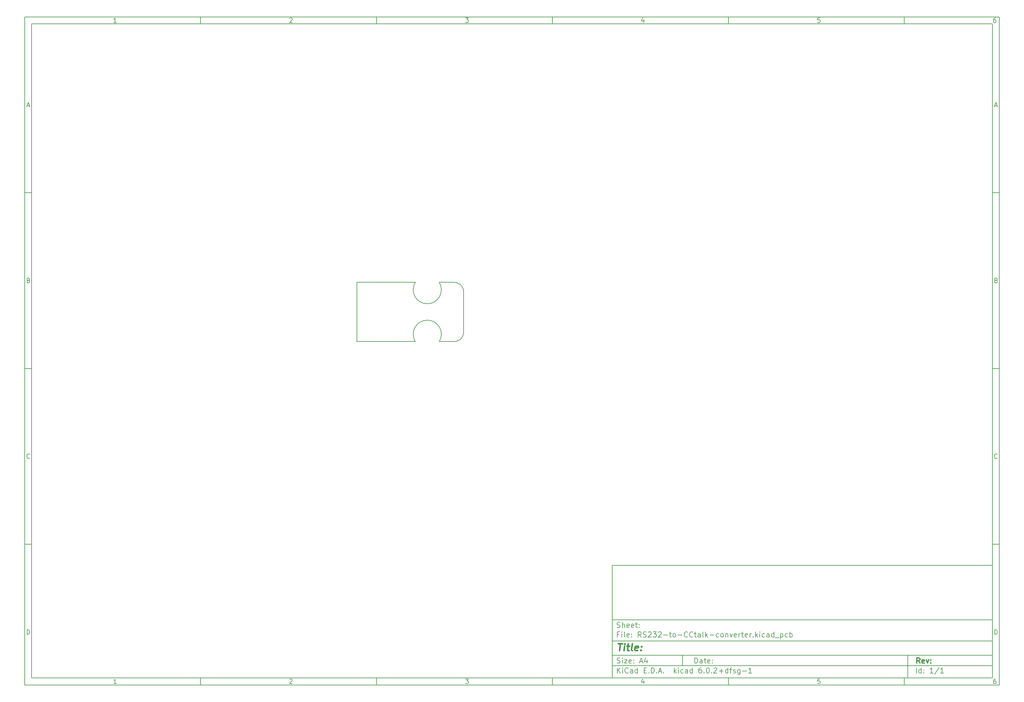
<source format=gbr>
%TF.GenerationSoftware,KiCad,Pcbnew,6.0.2+dfsg-1*%
%TF.CreationDate,2025-02-24T10:06:27+01:00*%
%TF.ProjectId,RS232-to-CCtalk-converter,52533233-322d-4746-9f2d-434374616c6b,rev?*%
%TF.SameCoordinates,Original*%
%TF.FileFunction,Profile,NP*%
%FSLAX46Y46*%
G04 Gerber Fmt 4.6, Leading zero omitted, Abs format (unit mm)*
G04 Created by KiCad (PCBNEW 6.0.2+dfsg-1) date 2025-02-24 10:06:27*
%MOMM*%
%LPD*%
G01*
G04 APERTURE LIST*
%ADD10C,0.100000*%
%ADD11C,0.150000*%
%ADD12C,0.300000*%
%ADD13C,0.400000*%
%TA.AperFunction,Profile*%
%ADD14C,0.200000*%
%TD*%
G04 APERTURE END LIST*
D10*
D11*
X177002200Y-166007200D02*
X177002200Y-198007200D01*
X285002200Y-198007200D01*
X285002200Y-166007200D01*
X177002200Y-166007200D01*
D10*
D11*
X10000000Y-10000000D02*
X10000000Y-200007200D01*
X287002200Y-200007200D01*
X287002200Y-10000000D01*
X10000000Y-10000000D01*
D10*
D11*
X12000000Y-12000000D02*
X12000000Y-198007200D01*
X285002200Y-198007200D01*
X285002200Y-12000000D01*
X12000000Y-12000000D01*
D10*
D11*
X60000000Y-12000000D02*
X60000000Y-10000000D01*
D10*
D11*
X110000000Y-12000000D02*
X110000000Y-10000000D01*
D10*
D11*
X160000000Y-12000000D02*
X160000000Y-10000000D01*
D10*
D11*
X210000000Y-12000000D02*
X210000000Y-10000000D01*
D10*
D11*
X260000000Y-12000000D02*
X260000000Y-10000000D01*
D10*
D11*
X36065476Y-11588095D02*
X35322619Y-11588095D01*
X35694047Y-11588095D02*
X35694047Y-10288095D01*
X35570238Y-10473809D01*
X35446428Y-10597619D01*
X35322619Y-10659523D01*
D10*
D11*
X85322619Y-10411904D02*
X85384523Y-10350000D01*
X85508333Y-10288095D01*
X85817857Y-10288095D01*
X85941666Y-10350000D01*
X86003571Y-10411904D01*
X86065476Y-10535714D01*
X86065476Y-10659523D01*
X86003571Y-10845238D01*
X85260714Y-11588095D01*
X86065476Y-11588095D01*
D10*
D11*
X135260714Y-10288095D02*
X136065476Y-10288095D01*
X135632142Y-10783333D01*
X135817857Y-10783333D01*
X135941666Y-10845238D01*
X136003571Y-10907142D01*
X136065476Y-11030952D01*
X136065476Y-11340476D01*
X136003571Y-11464285D01*
X135941666Y-11526190D01*
X135817857Y-11588095D01*
X135446428Y-11588095D01*
X135322619Y-11526190D01*
X135260714Y-11464285D01*
D10*
D11*
X185941666Y-10721428D02*
X185941666Y-11588095D01*
X185632142Y-10226190D02*
X185322619Y-11154761D01*
X186127380Y-11154761D01*
D10*
D11*
X236003571Y-10288095D02*
X235384523Y-10288095D01*
X235322619Y-10907142D01*
X235384523Y-10845238D01*
X235508333Y-10783333D01*
X235817857Y-10783333D01*
X235941666Y-10845238D01*
X236003571Y-10907142D01*
X236065476Y-11030952D01*
X236065476Y-11340476D01*
X236003571Y-11464285D01*
X235941666Y-11526190D01*
X235817857Y-11588095D01*
X235508333Y-11588095D01*
X235384523Y-11526190D01*
X235322619Y-11464285D01*
D10*
D11*
X285941666Y-10288095D02*
X285694047Y-10288095D01*
X285570238Y-10350000D01*
X285508333Y-10411904D01*
X285384523Y-10597619D01*
X285322619Y-10845238D01*
X285322619Y-11340476D01*
X285384523Y-11464285D01*
X285446428Y-11526190D01*
X285570238Y-11588095D01*
X285817857Y-11588095D01*
X285941666Y-11526190D01*
X286003571Y-11464285D01*
X286065476Y-11340476D01*
X286065476Y-11030952D01*
X286003571Y-10907142D01*
X285941666Y-10845238D01*
X285817857Y-10783333D01*
X285570238Y-10783333D01*
X285446428Y-10845238D01*
X285384523Y-10907142D01*
X285322619Y-11030952D01*
D10*
D11*
X60000000Y-198007200D02*
X60000000Y-200007200D01*
D10*
D11*
X110000000Y-198007200D02*
X110000000Y-200007200D01*
D10*
D11*
X160000000Y-198007200D02*
X160000000Y-200007200D01*
D10*
D11*
X210000000Y-198007200D02*
X210000000Y-200007200D01*
D10*
D11*
X260000000Y-198007200D02*
X260000000Y-200007200D01*
D10*
D11*
X36065476Y-199595295D02*
X35322619Y-199595295D01*
X35694047Y-199595295D02*
X35694047Y-198295295D01*
X35570238Y-198481009D01*
X35446428Y-198604819D01*
X35322619Y-198666723D01*
D10*
D11*
X85322619Y-198419104D02*
X85384523Y-198357200D01*
X85508333Y-198295295D01*
X85817857Y-198295295D01*
X85941666Y-198357200D01*
X86003571Y-198419104D01*
X86065476Y-198542914D01*
X86065476Y-198666723D01*
X86003571Y-198852438D01*
X85260714Y-199595295D01*
X86065476Y-199595295D01*
D10*
D11*
X135260714Y-198295295D02*
X136065476Y-198295295D01*
X135632142Y-198790533D01*
X135817857Y-198790533D01*
X135941666Y-198852438D01*
X136003571Y-198914342D01*
X136065476Y-199038152D01*
X136065476Y-199347676D01*
X136003571Y-199471485D01*
X135941666Y-199533390D01*
X135817857Y-199595295D01*
X135446428Y-199595295D01*
X135322619Y-199533390D01*
X135260714Y-199471485D01*
D10*
D11*
X185941666Y-198728628D02*
X185941666Y-199595295D01*
X185632142Y-198233390D02*
X185322619Y-199161961D01*
X186127380Y-199161961D01*
D10*
D11*
X236003571Y-198295295D02*
X235384523Y-198295295D01*
X235322619Y-198914342D01*
X235384523Y-198852438D01*
X235508333Y-198790533D01*
X235817857Y-198790533D01*
X235941666Y-198852438D01*
X236003571Y-198914342D01*
X236065476Y-199038152D01*
X236065476Y-199347676D01*
X236003571Y-199471485D01*
X235941666Y-199533390D01*
X235817857Y-199595295D01*
X235508333Y-199595295D01*
X235384523Y-199533390D01*
X235322619Y-199471485D01*
D10*
D11*
X285941666Y-198295295D02*
X285694047Y-198295295D01*
X285570238Y-198357200D01*
X285508333Y-198419104D01*
X285384523Y-198604819D01*
X285322619Y-198852438D01*
X285322619Y-199347676D01*
X285384523Y-199471485D01*
X285446428Y-199533390D01*
X285570238Y-199595295D01*
X285817857Y-199595295D01*
X285941666Y-199533390D01*
X286003571Y-199471485D01*
X286065476Y-199347676D01*
X286065476Y-199038152D01*
X286003571Y-198914342D01*
X285941666Y-198852438D01*
X285817857Y-198790533D01*
X285570238Y-198790533D01*
X285446428Y-198852438D01*
X285384523Y-198914342D01*
X285322619Y-199038152D01*
D10*
D11*
X10000000Y-60000000D02*
X12000000Y-60000000D01*
D10*
D11*
X10000000Y-110000000D02*
X12000000Y-110000000D01*
D10*
D11*
X10000000Y-160000000D02*
X12000000Y-160000000D01*
D10*
D11*
X10690476Y-35216666D02*
X11309523Y-35216666D01*
X10566666Y-35588095D02*
X11000000Y-34288095D01*
X11433333Y-35588095D01*
D10*
D11*
X11092857Y-84907142D02*
X11278571Y-84969047D01*
X11340476Y-85030952D01*
X11402380Y-85154761D01*
X11402380Y-85340476D01*
X11340476Y-85464285D01*
X11278571Y-85526190D01*
X11154761Y-85588095D01*
X10659523Y-85588095D01*
X10659523Y-84288095D01*
X11092857Y-84288095D01*
X11216666Y-84350000D01*
X11278571Y-84411904D01*
X11340476Y-84535714D01*
X11340476Y-84659523D01*
X11278571Y-84783333D01*
X11216666Y-84845238D01*
X11092857Y-84907142D01*
X10659523Y-84907142D01*
D10*
D11*
X11402380Y-135464285D02*
X11340476Y-135526190D01*
X11154761Y-135588095D01*
X11030952Y-135588095D01*
X10845238Y-135526190D01*
X10721428Y-135402380D01*
X10659523Y-135278571D01*
X10597619Y-135030952D01*
X10597619Y-134845238D01*
X10659523Y-134597619D01*
X10721428Y-134473809D01*
X10845238Y-134350000D01*
X11030952Y-134288095D01*
X11154761Y-134288095D01*
X11340476Y-134350000D01*
X11402380Y-134411904D01*
D10*
D11*
X10659523Y-185588095D02*
X10659523Y-184288095D01*
X10969047Y-184288095D01*
X11154761Y-184350000D01*
X11278571Y-184473809D01*
X11340476Y-184597619D01*
X11402380Y-184845238D01*
X11402380Y-185030952D01*
X11340476Y-185278571D01*
X11278571Y-185402380D01*
X11154761Y-185526190D01*
X10969047Y-185588095D01*
X10659523Y-185588095D01*
D10*
D11*
X287002200Y-60000000D02*
X285002200Y-60000000D01*
D10*
D11*
X287002200Y-110000000D02*
X285002200Y-110000000D01*
D10*
D11*
X287002200Y-160000000D02*
X285002200Y-160000000D01*
D10*
D11*
X285692676Y-35216666D02*
X286311723Y-35216666D01*
X285568866Y-35588095D02*
X286002200Y-34288095D01*
X286435533Y-35588095D01*
D10*
D11*
X286095057Y-84907142D02*
X286280771Y-84969047D01*
X286342676Y-85030952D01*
X286404580Y-85154761D01*
X286404580Y-85340476D01*
X286342676Y-85464285D01*
X286280771Y-85526190D01*
X286156961Y-85588095D01*
X285661723Y-85588095D01*
X285661723Y-84288095D01*
X286095057Y-84288095D01*
X286218866Y-84350000D01*
X286280771Y-84411904D01*
X286342676Y-84535714D01*
X286342676Y-84659523D01*
X286280771Y-84783333D01*
X286218866Y-84845238D01*
X286095057Y-84907142D01*
X285661723Y-84907142D01*
D10*
D11*
X286404580Y-135464285D02*
X286342676Y-135526190D01*
X286156961Y-135588095D01*
X286033152Y-135588095D01*
X285847438Y-135526190D01*
X285723628Y-135402380D01*
X285661723Y-135278571D01*
X285599819Y-135030952D01*
X285599819Y-134845238D01*
X285661723Y-134597619D01*
X285723628Y-134473809D01*
X285847438Y-134350000D01*
X286033152Y-134288095D01*
X286156961Y-134288095D01*
X286342676Y-134350000D01*
X286404580Y-134411904D01*
D10*
D11*
X285661723Y-185588095D02*
X285661723Y-184288095D01*
X285971247Y-184288095D01*
X286156961Y-184350000D01*
X286280771Y-184473809D01*
X286342676Y-184597619D01*
X286404580Y-184845238D01*
X286404580Y-185030952D01*
X286342676Y-185278571D01*
X286280771Y-185402380D01*
X286156961Y-185526190D01*
X285971247Y-185588095D01*
X285661723Y-185588095D01*
D10*
D11*
X200434342Y-193785771D02*
X200434342Y-192285771D01*
X200791485Y-192285771D01*
X201005771Y-192357200D01*
X201148628Y-192500057D01*
X201220057Y-192642914D01*
X201291485Y-192928628D01*
X201291485Y-193142914D01*
X201220057Y-193428628D01*
X201148628Y-193571485D01*
X201005771Y-193714342D01*
X200791485Y-193785771D01*
X200434342Y-193785771D01*
X202577200Y-193785771D02*
X202577200Y-193000057D01*
X202505771Y-192857200D01*
X202362914Y-192785771D01*
X202077200Y-192785771D01*
X201934342Y-192857200D01*
X202577200Y-193714342D02*
X202434342Y-193785771D01*
X202077200Y-193785771D01*
X201934342Y-193714342D01*
X201862914Y-193571485D01*
X201862914Y-193428628D01*
X201934342Y-193285771D01*
X202077200Y-193214342D01*
X202434342Y-193214342D01*
X202577200Y-193142914D01*
X203077200Y-192785771D02*
X203648628Y-192785771D01*
X203291485Y-192285771D02*
X203291485Y-193571485D01*
X203362914Y-193714342D01*
X203505771Y-193785771D01*
X203648628Y-193785771D01*
X204720057Y-193714342D02*
X204577200Y-193785771D01*
X204291485Y-193785771D01*
X204148628Y-193714342D01*
X204077200Y-193571485D01*
X204077200Y-193000057D01*
X204148628Y-192857200D01*
X204291485Y-192785771D01*
X204577200Y-192785771D01*
X204720057Y-192857200D01*
X204791485Y-193000057D01*
X204791485Y-193142914D01*
X204077200Y-193285771D01*
X205434342Y-193642914D02*
X205505771Y-193714342D01*
X205434342Y-193785771D01*
X205362914Y-193714342D01*
X205434342Y-193642914D01*
X205434342Y-193785771D01*
X205434342Y-192857200D02*
X205505771Y-192928628D01*
X205434342Y-193000057D01*
X205362914Y-192928628D01*
X205434342Y-192857200D01*
X205434342Y-193000057D01*
D10*
D11*
X177002200Y-194507200D02*
X285002200Y-194507200D01*
D10*
D11*
X178434342Y-196585771D02*
X178434342Y-195085771D01*
X179291485Y-196585771D02*
X178648628Y-195728628D01*
X179291485Y-195085771D02*
X178434342Y-195942914D01*
X179934342Y-196585771D02*
X179934342Y-195585771D01*
X179934342Y-195085771D02*
X179862914Y-195157200D01*
X179934342Y-195228628D01*
X180005771Y-195157200D01*
X179934342Y-195085771D01*
X179934342Y-195228628D01*
X181505771Y-196442914D02*
X181434342Y-196514342D01*
X181220057Y-196585771D01*
X181077200Y-196585771D01*
X180862914Y-196514342D01*
X180720057Y-196371485D01*
X180648628Y-196228628D01*
X180577200Y-195942914D01*
X180577200Y-195728628D01*
X180648628Y-195442914D01*
X180720057Y-195300057D01*
X180862914Y-195157200D01*
X181077200Y-195085771D01*
X181220057Y-195085771D01*
X181434342Y-195157200D01*
X181505771Y-195228628D01*
X182791485Y-196585771D02*
X182791485Y-195800057D01*
X182720057Y-195657200D01*
X182577200Y-195585771D01*
X182291485Y-195585771D01*
X182148628Y-195657200D01*
X182791485Y-196514342D02*
X182648628Y-196585771D01*
X182291485Y-196585771D01*
X182148628Y-196514342D01*
X182077200Y-196371485D01*
X182077200Y-196228628D01*
X182148628Y-196085771D01*
X182291485Y-196014342D01*
X182648628Y-196014342D01*
X182791485Y-195942914D01*
X184148628Y-196585771D02*
X184148628Y-195085771D01*
X184148628Y-196514342D02*
X184005771Y-196585771D01*
X183720057Y-196585771D01*
X183577200Y-196514342D01*
X183505771Y-196442914D01*
X183434342Y-196300057D01*
X183434342Y-195871485D01*
X183505771Y-195728628D01*
X183577200Y-195657200D01*
X183720057Y-195585771D01*
X184005771Y-195585771D01*
X184148628Y-195657200D01*
X186005771Y-195800057D02*
X186505771Y-195800057D01*
X186720057Y-196585771D02*
X186005771Y-196585771D01*
X186005771Y-195085771D01*
X186720057Y-195085771D01*
X187362914Y-196442914D02*
X187434342Y-196514342D01*
X187362914Y-196585771D01*
X187291485Y-196514342D01*
X187362914Y-196442914D01*
X187362914Y-196585771D01*
X188077200Y-196585771D02*
X188077200Y-195085771D01*
X188434342Y-195085771D01*
X188648628Y-195157200D01*
X188791485Y-195300057D01*
X188862914Y-195442914D01*
X188934342Y-195728628D01*
X188934342Y-195942914D01*
X188862914Y-196228628D01*
X188791485Y-196371485D01*
X188648628Y-196514342D01*
X188434342Y-196585771D01*
X188077200Y-196585771D01*
X189577200Y-196442914D02*
X189648628Y-196514342D01*
X189577200Y-196585771D01*
X189505771Y-196514342D01*
X189577200Y-196442914D01*
X189577200Y-196585771D01*
X190220057Y-196157200D02*
X190934342Y-196157200D01*
X190077200Y-196585771D02*
X190577200Y-195085771D01*
X191077200Y-196585771D01*
X191577200Y-196442914D02*
X191648628Y-196514342D01*
X191577200Y-196585771D01*
X191505771Y-196514342D01*
X191577200Y-196442914D01*
X191577200Y-196585771D01*
X194577200Y-196585771D02*
X194577200Y-195085771D01*
X194720057Y-196014342D02*
X195148628Y-196585771D01*
X195148628Y-195585771D02*
X194577200Y-196157200D01*
X195791485Y-196585771D02*
X195791485Y-195585771D01*
X195791485Y-195085771D02*
X195720057Y-195157200D01*
X195791485Y-195228628D01*
X195862914Y-195157200D01*
X195791485Y-195085771D01*
X195791485Y-195228628D01*
X197148628Y-196514342D02*
X197005771Y-196585771D01*
X196720057Y-196585771D01*
X196577200Y-196514342D01*
X196505771Y-196442914D01*
X196434342Y-196300057D01*
X196434342Y-195871485D01*
X196505771Y-195728628D01*
X196577200Y-195657200D01*
X196720057Y-195585771D01*
X197005771Y-195585771D01*
X197148628Y-195657200D01*
X198434342Y-196585771D02*
X198434342Y-195800057D01*
X198362914Y-195657200D01*
X198220057Y-195585771D01*
X197934342Y-195585771D01*
X197791485Y-195657200D01*
X198434342Y-196514342D02*
X198291485Y-196585771D01*
X197934342Y-196585771D01*
X197791485Y-196514342D01*
X197720057Y-196371485D01*
X197720057Y-196228628D01*
X197791485Y-196085771D01*
X197934342Y-196014342D01*
X198291485Y-196014342D01*
X198434342Y-195942914D01*
X199791485Y-196585771D02*
X199791485Y-195085771D01*
X199791485Y-196514342D02*
X199648628Y-196585771D01*
X199362914Y-196585771D01*
X199220057Y-196514342D01*
X199148628Y-196442914D01*
X199077200Y-196300057D01*
X199077200Y-195871485D01*
X199148628Y-195728628D01*
X199220057Y-195657200D01*
X199362914Y-195585771D01*
X199648628Y-195585771D01*
X199791485Y-195657200D01*
X202291485Y-195085771D02*
X202005771Y-195085771D01*
X201862914Y-195157200D01*
X201791485Y-195228628D01*
X201648628Y-195442914D01*
X201577200Y-195728628D01*
X201577200Y-196300057D01*
X201648628Y-196442914D01*
X201720057Y-196514342D01*
X201862914Y-196585771D01*
X202148628Y-196585771D01*
X202291485Y-196514342D01*
X202362914Y-196442914D01*
X202434342Y-196300057D01*
X202434342Y-195942914D01*
X202362914Y-195800057D01*
X202291485Y-195728628D01*
X202148628Y-195657200D01*
X201862914Y-195657200D01*
X201720057Y-195728628D01*
X201648628Y-195800057D01*
X201577200Y-195942914D01*
X203077200Y-196442914D02*
X203148628Y-196514342D01*
X203077200Y-196585771D01*
X203005771Y-196514342D01*
X203077200Y-196442914D01*
X203077200Y-196585771D01*
X204077200Y-195085771D02*
X204220057Y-195085771D01*
X204362914Y-195157200D01*
X204434342Y-195228628D01*
X204505771Y-195371485D01*
X204577200Y-195657200D01*
X204577200Y-196014342D01*
X204505771Y-196300057D01*
X204434342Y-196442914D01*
X204362914Y-196514342D01*
X204220057Y-196585771D01*
X204077200Y-196585771D01*
X203934342Y-196514342D01*
X203862914Y-196442914D01*
X203791485Y-196300057D01*
X203720057Y-196014342D01*
X203720057Y-195657200D01*
X203791485Y-195371485D01*
X203862914Y-195228628D01*
X203934342Y-195157200D01*
X204077200Y-195085771D01*
X205220057Y-196442914D02*
X205291485Y-196514342D01*
X205220057Y-196585771D01*
X205148628Y-196514342D01*
X205220057Y-196442914D01*
X205220057Y-196585771D01*
X205862914Y-195228628D02*
X205934342Y-195157200D01*
X206077200Y-195085771D01*
X206434342Y-195085771D01*
X206577200Y-195157200D01*
X206648628Y-195228628D01*
X206720057Y-195371485D01*
X206720057Y-195514342D01*
X206648628Y-195728628D01*
X205791485Y-196585771D01*
X206720057Y-196585771D01*
X207362914Y-196014342D02*
X208505771Y-196014342D01*
X207934342Y-196585771D02*
X207934342Y-195442914D01*
X209862914Y-196585771D02*
X209862914Y-195085771D01*
X209862914Y-196514342D02*
X209720057Y-196585771D01*
X209434342Y-196585771D01*
X209291485Y-196514342D01*
X209220057Y-196442914D01*
X209148628Y-196300057D01*
X209148628Y-195871485D01*
X209220057Y-195728628D01*
X209291485Y-195657200D01*
X209434342Y-195585771D01*
X209720057Y-195585771D01*
X209862914Y-195657200D01*
X210362914Y-195585771D02*
X210934342Y-195585771D01*
X210577200Y-196585771D02*
X210577200Y-195300057D01*
X210648628Y-195157200D01*
X210791485Y-195085771D01*
X210934342Y-195085771D01*
X211362914Y-196514342D02*
X211505771Y-196585771D01*
X211791485Y-196585771D01*
X211934342Y-196514342D01*
X212005771Y-196371485D01*
X212005771Y-196300057D01*
X211934342Y-196157200D01*
X211791485Y-196085771D01*
X211577200Y-196085771D01*
X211434342Y-196014342D01*
X211362914Y-195871485D01*
X211362914Y-195800057D01*
X211434342Y-195657200D01*
X211577200Y-195585771D01*
X211791485Y-195585771D01*
X211934342Y-195657200D01*
X213291485Y-195585771D02*
X213291485Y-196800057D01*
X213220057Y-196942914D01*
X213148628Y-197014342D01*
X213005771Y-197085771D01*
X212791485Y-197085771D01*
X212648628Y-197014342D01*
X213291485Y-196514342D02*
X213148628Y-196585771D01*
X212862914Y-196585771D01*
X212720057Y-196514342D01*
X212648628Y-196442914D01*
X212577200Y-196300057D01*
X212577200Y-195871485D01*
X212648628Y-195728628D01*
X212720057Y-195657200D01*
X212862914Y-195585771D01*
X213148628Y-195585771D01*
X213291485Y-195657200D01*
X214005771Y-196014342D02*
X215148628Y-196014342D01*
X216648628Y-196585771D02*
X215791485Y-196585771D01*
X216220057Y-196585771D02*
X216220057Y-195085771D01*
X216077200Y-195300057D01*
X215934342Y-195442914D01*
X215791485Y-195514342D01*
D10*
D11*
X177002200Y-191507200D02*
X285002200Y-191507200D01*
D10*
D12*
X264411485Y-193785771D02*
X263911485Y-193071485D01*
X263554342Y-193785771D02*
X263554342Y-192285771D01*
X264125771Y-192285771D01*
X264268628Y-192357200D01*
X264340057Y-192428628D01*
X264411485Y-192571485D01*
X264411485Y-192785771D01*
X264340057Y-192928628D01*
X264268628Y-193000057D01*
X264125771Y-193071485D01*
X263554342Y-193071485D01*
X265625771Y-193714342D02*
X265482914Y-193785771D01*
X265197200Y-193785771D01*
X265054342Y-193714342D01*
X264982914Y-193571485D01*
X264982914Y-193000057D01*
X265054342Y-192857200D01*
X265197200Y-192785771D01*
X265482914Y-192785771D01*
X265625771Y-192857200D01*
X265697200Y-193000057D01*
X265697200Y-193142914D01*
X264982914Y-193285771D01*
X266197200Y-192785771D02*
X266554342Y-193785771D01*
X266911485Y-192785771D01*
X267482914Y-193642914D02*
X267554342Y-193714342D01*
X267482914Y-193785771D01*
X267411485Y-193714342D01*
X267482914Y-193642914D01*
X267482914Y-193785771D01*
X267482914Y-192857200D02*
X267554342Y-192928628D01*
X267482914Y-193000057D01*
X267411485Y-192928628D01*
X267482914Y-192857200D01*
X267482914Y-193000057D01*
D10*
D11*
X178362914Y-193714342D02*
X178577200Y-193785771D01*
X178934342Y-193785771D01*
X179077200Y-193714342D01*
X179148628Y-193642914D01*
X179220057Y-193500057D01*
X179220057Y-193357200D01*
X179148628Y-193214342D01*
X179077200Y-193142914D01*
X178934342Y-193071485D01*
X178648628Y-193000057D01*
X178505771Y-192928628D01*
X178434342Y-192857200D01*
X178362914Y-192714342D01*
X178362914Y-192571485D01*
X178434342Y-192428628D01*
X178505771Y-192357200D01*
X178648628Y-192285771D01*
X179005771Y-192285771D01*
X179220057Y-192357200D01*
X179862914Y-193785771D02*
X179862914Y-192785771D01*
X179862914Y-192285771D02*
X179791485Y-192357200D01*
X179862914Y-192428628D01*
X179934342Y-192357200D01*
X179862914Y-192285771D01*
X179862914Y-192428628D01*
X180434342Y-192785771D02*
X181220057Y-192785771D01*
X180434342Y-193785771D01*
X181220057Y-193785771D01*
X182362914Y-193714342D02*
X182220057Y-193785771D01*
X181934342Y-193785771D01*
X181791485Y-193714342D01*
X181720057Y-193571485D01*
X181720057Y-193000057D01*
X181791485Y-192857200D01*
X181934342Y-192785771D01*
X182220057Y-192785771D01*
X182362914Y-192857200D01*
X182434342Y-193000057D01*
X182434342Y-193142914D01*
X181720057Y-193285771D01*
X183077200Y-193642914D02*
X183148628Y-193714342D01*
X183077200Y-193785771D01*
X183005771Y-193714342D01*
X183077200Y-193642914D01*
X183077200Y-193785771D01*
X183077200Y-192857200D02*
X183148628Y-192928628D01*
X183077200Y-193000057D01*
X183005771Y-192928628D01*
X183077200Y-192857200D01*
X183077200Y-193000057D01*
X184862914Y-193357200D02*
X185577200Y-193357200D01*
X184720057Y-193785771D02*
X185220057Y-192285771D01*
X185720057Y-193785771D01*
X186862914Y-192785771D02*
X186862914Y-193785771D01*
X186505771Y-192214342D02*
X186148628Y-193285771D01*
X187077200Y-193285771D01*
D10*
D11*
X263434342Y-196585771D02*
X263434342Y-195085771D01*
X264791485Y-196585771D02*
X264791485Y-195085771D01*
X264791485Y-196514342D02*
X264648628Y-196585771D01*
X264362914Y-196585771D01*
X264220057Y-196514342D01*
X264148628Y-196442914D01*
X264077200Y-196300057D01*
X264077200Y-195871485D01*
X264148628Y-195728628D01*
X264220057Y-195657200D01*
X264362914Y-195585771D01*
X264648628Y-195585771D01*
X264791485Y-195657200D01*
X265505771Y-196442914D02*
X265577200Y-196514342D01*
X265505771Y-196585771D01*
X265434342Y-196514342D01*
X265505771Y-196442914D01*
X265505771Y-196585771D01*
X265505771Y-195657200D02*
X265577200Y-195728628D01*
X265505771Y-195800057D01*
X265434342Y-195728628D01*
X265505771Y-195657200D01*
X265505771Y-195800057D01*
X268148628Y-196585771D02*
X267291485Y-196585771D01*
X267720057Y-196585771D02*
X267720057Y-195085771D01*
X267577200Y-195300057D01*
X267434342Y-195442914D01*
X267291485Y-195514342D01*
X269862914Y-195014342D02*
X268577200Y-196942914D01*
X271148628Y-196585771D02*
X270291485Y-196585771D01*
X270720057Y-196585771D02*
X270720057Y-195085771D01*
X270577200Y-195300057D01*
X270434342Y-195442914D01*
X270291485Y-195514342D01*
D10*
D11*
X177002200Y-187507200D02*
X285002200Y-187507200D01*
D10*
D13*
X178714580Y-188211961D02*
X179857438Y-188211961D01*
X179036009Y-190211961D02*
X179286009Y-188211961D01*
X180274104Y-190211961D02*
X180440771Y-188878628D01*
X180524104Y-188211961D02*
X180416961Y-188307200D01*
X180500295Y-188402438D01*
X180607438Y-188307200D01*
X180524104Y-188211961D01*
X180500295Y-188402438D01*
X181107438Y-188878628D02*
X181869342Y-188878628D01*
X181476485Y-188211961D02*
X181262200Y-189926247D01*
X181333628Y-190116723D01*
X181512200Y-190211961D01*
X181702676Y-190211961D01*
X182655057Y-190211961D02*
X182476485Y-190116723D01*
X182405057Y-189926247D01*
X182619342Y-188211961D01*
X184190771Y-190116723D02*
X183988390Y-190211961D01*
X183607438Y-190211961D01*
X183428866Y-190116723D01*
X183357438Y-189926247D01*
X183452676Y-189164342D01*
X183571723Y-188973866D01*
X183774104Y-188878628D01*
X184155057Y-188878628D01*
X184333628Y-188973866D01*
X184405057Y-189164342D01*
X184381247Y-189354819D01*
X183405057Y-189545295D01*
X185155057Y-190021485D02*
X185238390Y-190116723D01*
X185131247Y-190211961D01*
X185047914Y-190116723D01*
X185155057Y-190021485D01*
X185131247Y-190211961D01*
X185286009Y-188973866D02*
X185369342Y-189069104D01*
X185262200Y-189164342D01*
X185178866Y-189069104D01*
X185286009Y-188973866D01*
X185262200Y-189164342D01*
D10*
D11*
X178934342Y-185600057D02*
X178434342Y-185600057D01*
X178434342Y-186385771D02*
X178434342Y-184885771D01*
X179148628Y-184885771D01*
X179720057Y-186385771D02*
X179720057Y-185385771D01*
X179720057Y-184885771D02*
X179648628Y-184957200D01*
X179720057Y-185028628D01*
X179791485Y-184957200D01*
X179720057Y-184885771D01*
X179720057Y-185028628D01*
X180648628Y-186385771D02*
X180505771Y-186314342D01*
X180434342Y-186171485D01*
X180434342Y-184885771D01*
X181791485Y-186314342D02*
X181648628Y-186385771D01*
X181362914Y-186385771D01*
X181220057Y-186314342D01*
X181148628Y-186171485D01*
X181148628Y-185600057D01*
X181220057Y-185457200D01*
X181362914Y-185385771D01*
X181648628Y-185385771D01*
X181791485Y-185457200D01*
X181862914Y-185600057D01*
X181862914Y-185742914D01*
X181148628Y-185885771D01*
X182505771Y-186242914D02*
X182577200Y-186314342D01*
X182505771Y-186385771D01*
X182434342Y-186314342D01*
X182505771Y-186242914D01*
X182505771Y-186385771D01*
X182505771Y-185457200D02*
X182577200Y-185528628D01*
X182505771Y-185600057D01*
X182434342Y-185528628D01*
X182505771Y-185457200D01*
X182505771Y-185600057D01*
X185220057Y-186385771D02*
X184720057Y-185671485D01*
X184362914Y-186385771D02*
X184362914Y-184885771D01*
X184934342Y-184885771D01*
X185077200Y-184957200D01*
X185148628Y-185028628D01*
X185220057Y-185171485D01*
X185220057Y-185385771D01*
X185148628Y-185528628D01*
X185077200Y-185600057D01*
X184934342Y-185671485D01*
X184362914Y-185671485D01*
X185791485Y-186314342D02*
X186005771Y-186385771D01*
X186362914Y-186385771D01*
X186505771Y-186314342D01*
X186577200Y-186242914D01*
X186648628Y-186100057D01*
X186648628Y-185957200D01*
X186577200Y-185814342D01*
X186505771Y-185742914D01*
X186362914Y-185671485D01*
X186077200Y-185600057D01*
X185934342Y-185528628D01*
X185862914Y-185457200D01*
X185791485Y-185314342D01*
X185791485Y-185171485D01*
X185862914Y-185028628D01*
X185934342Y-184957200D01*
X186077200Y-184885771D01*
X186434342Y-184885771D01*
X186648628Y-184957200D01*
X187220057Y-185028628D02*
X187291485Y-184957200D01*
X187434342Y-184885771D01*
X187791485Y-184885771D01*
X187934342Y-184957200D01*
X188005771Y-185028628D01*
X188077200Y-185171485D01*
X188077200Y-185314342D01*
X188005771Y-185528628D01*
X187148628Y-186385771D01*
X188077200Y-186385771D01*
X188577200Y-184885771D02*
X189505771Y-184885771D01*
X189005771Y-185457200D01*
X189220057Y-185457200D01*
X189362914Y-185528628D01*
X189434342Y-185600057D01*
X189505771Y-185742914D01*
X189505771Y-186100057D01*
X189434342Y-186242914D01*
X189362914Y-186314342D01*
X189220057Y-186385771D01*
X188791485Y-186385771D01*
X188648628Y-186314342D01*
X188577200Y-186242914D01*
X190077200Y-185028628D02*
X190148628Y-184957200D01*
X190291485Y-184885771D01*
X190648628Y-184885771D01*
X190791485Y-184957200D01*
X190862914Y-185028628D01*
X190934342Y-185171485D01*
X190934342Y-185314342D01*
X190862914Y-185528628D01*
X190005771Y-186385771D01*
X190934342Y-186385771D01*
X191577200Y-185814342D02*
X192720057Y-185814342D01*
X193220057Y-185385771D02*
X193791485Y-185385771D01*
X193434342Y-184885771D02*
X193434342Y-186171485D01*
X193505771Y-186314342D01*
X193648628Y-186385771D01*
X193791485Y-186385771D01*
X194505771Y-186385771D02*
X194362914Y-186314342D01*
X194291485Y-186242914D01*
X194220057Y-186100057D01*
X194220057Y-185671485D01*
X194291485Y-185528628D01*
X194362914Y-185457200D01*
X194505771Y-185385771D01*
X194720057Y-185385771D01*
X194862914Y-185457200D01*
X194934342Y-185528628D01*
X195005771Y-185671485D01*
X195005771Y-186100057D01*
X194934342Y-186242914D01*
X194862914Y-186314342D01*
X194720057Y-186385771D01*
X194505771Y-186385771D01*
X195648628Y-185814342D02*
X196791485Y-185814342D01*
X198362914Y-186242914D02*
X198291485Y-186314342D01*
X198077200Y-186385771D01*
X197934342Y-186385771D01*
X197720057Y-186314342D01*
X197577200Y-186171485D01*
X197505771Y-186028628D01*
X197434342Y-185742914D01*
X197434342Y-185528628D01*
X197505771Y-185242914D01*
X197577200Y-185100057D01*
X197720057Y-184957200D01*
X197934342Y-184885771D01*
X198077200Y-184885771D01*
X198291485Y-184957200D01*
X198362914Y-185028628D01*
X199862914Y-186242914D02*
X199791485Y-186314342D01*
X199577200Y-186385771D01*
X199434342Y-186385771D01*
X199220057Y-186314342D01*
X199077200Y-186171485D01*
X199005771Y-186028628D01*
X198934342Y-185742914D01*
X198934342Y-185528628D01*
X199005771Y-185242914D01*
X199077200Y-185100057D01*
X199220057Y-184957200D01*
X199434342Y-184885771D01*
X199577200Y-184885771D01*
X199791485Y-184957200D01*
X199862914Y-185028628D01*
X200291485Y-185385771D02*
X200862914Y-185385771D01*
X200505771Y-184885771D02*
X200505771Y-186171485D01*
X200577200Y-186314342D01*
X200720057Y-186385771D01*
X200862914Y-186385771D01*
X202005771Y-186385771D02*
X202005771Y-185600057D01*
X201934342Y-185457200D01*
X201791485Y-185385771D01*
X201505771Y-185385771D01*
X201362914Y-185457200D01*
X202005771Y-186314342D02*
X201862914Y-186385771D01*
X201505771Y-186385771D01*
X201362914Y-186314342D01*
X201291485Y-186171485D01*
X201291485Y-186028628D01*
X201362914Y-185885771D01*
X201505771Y-185814342D01*
X201862914Y-185814342D01*
X202005771Y-185742914D01*
X202934342Y-186385771D02*
X202791485Y-186314342D01*
X202720057Y-186171485D01*
X202720057Y-184885771D01*
X203505771Y-186385771D02*
X203505771Y-184885771D01*
X203648628Y-185814342D02*
X204077200Y-186385771D01*
X204077200Y-185385771D02*
X203505771Y-185957200D01*
X204720057Y-185814342D02*
X205862914Y-185814342D01*
X207220057Y-186314342D02*
X207077200Y-186385771D01*
X206791485Y-186385771D01*
X206648628Y-186314342D01*
X206577200Y-186242914D01*
X206505771Y-186100057D01*
X206505771Y-185671485D01*
X206577200Y-185528628D01*
X206648628Y-185457200D01*
X206791485Y-185385771D01*
X207077200Y-185385771D01*
X207220057Y-185457200D01*
X208077200Y-186385771D02*
X207934342Y-186314342D01*
X207862914Y-186242914D01*
X207791485Y-186100057D01*
X207791485Y-185671485D01*
X207862914Y-185528628D01*
X207934342Y-185457200D01*
X208077200Y-185385771D01*
X208291485Y-185385771D01*
X208434342Y-185457200D01*
X208505771Y-185528628D01*
X208577200Y-185671485D01*
X208577200Y-186100057D01*
X208505771Y-186242914D01*
X208434342Y-186314342D01*
X208291485Y-186385771D01*
X208077200Y-186385771D01*
X209220057Y-185385771D02*
X209220057Y-186385771D01*
X209220057Y-185528628D02*
X209291485Y-185457200D01*
X209434342Y-185385771D01*
X209648628Y-185385771D01*
X209791485Y-185457200D01*
X209862914Y-185600057D01*
X209862914Y-186385771D01*
X210434342Y-185385771D02*
X210791485Y-186385771D01*
X211148628Y-185385771D01*
X212291485Y-186314342D02*
X212148628Y-186385771D01*
X211862914Y-186385771D01*
X211720057Y-186314342D01*
X211648628Y-186171485D01*
X211648628Y-185600057D01*
X211720057Y-185457200D01*
X211862914Y-185385771D01*
X212148628Y-185385771D01*
X212291485Y-185457200D01*
X212362914Y-185600057D01*
X212362914Y-185742914D01*
X211648628Y-185885771D01*
X213005771Y-186385771D02*
X213005771Y-185385771D01*
X213005771Y-185671485D02*
X213077200Y-185528628D01*
X213148628Y-185457200D01*
X213291485Y-185385771D01*
X213434342Y-185385771D01*
X213720057Y-185385771D02*
X214291485Y-185385771D01*
X213934342Y-184885771D02*
X213934342Y-186171485D01*
X214005771Y-186314342D01*
X214148628Y-186385771D01*
X214291485Y-186385771D01*
X215362914Y-186314342D02*
X215220057Y-186385771D01*
X214934342Y-186385771D01*
X214791485Y-186314342D01*
X214720057Y-186171485D01*
X214720057Y-185600057D01*
X214791485Y-185457200D01*
X214934342Y-185385771D01*
X215220057Y-185385771D01*
X215362914Y-185457200D01*
X215434342Y-185600057D01*
X215434342Y-185742914D01*
X214720057Y-185885771D01*
X216077200Y-186385771D02*
X216077200Y-185385771D01*
X216077200Y-185671485D02*
X216148628Y-185528628D01*
X216220057Y-185457200D01*
X216362914Y-185385771D01*
X216505771Y-185385771D01*
X217005771Y-186242914D02*
X217077200Y-186314342D01*
X217005771Y-186385771D01*
X216934342Y-186314342D01*
X217005771Y-186242914D01*
X217005771Y-186385771D01*
X217720057Y-186385771D02*
X217720057Y-184885771D01*
X217862914Y-185814342D02*
X218291485Y-186385771D01*
X218291485Y-185385771D02*
X217720057Y-185957200D01*
X218934342Y-186385771D02*
X218934342Y-185385771D01*
X218934342Y-184885771D02*
X218862914Y-184957200D01*
X218934342Y-185028628D01*
X219005771Y-184957200D01*
X218934342Y-184885771D01*
X218934342Y-185028628D01*
X220291485Y-186314342D02*
X220148628Y-186385771D01*
X219862914Y-186385771D01*
X219720057Y-186314342D01*
X219648628Y-186242914D01*
X219577200Y-186100057D01*
X219577200Y-185671485D01*
X219648628Y-185528628D01*
X219720057Y-185457200D01*
X219862914Y-185385771D01*
X220148628Y-185385771D01*
X220291485Y-185457200D01*
X221577200Y-186385771D02*
X221577200Y-185600057D01*
X221505771Y-185457200D01*
X221362914Y-185385771D01*
X221077200Y-185385771D01*
X220934342Y-185457200D01*
X221577200Y-186314342D02*
X221434342Y-186385771D01*
X221077200Y-186385771D01*
X220934342Y-186314342D01*
X220862914Y-186171485D01*
X220862914Y-186028628D01*
X220934342Y-185885771D01*
X221077200Y-185814342D01*
X221434342Y-185814342D01*
X221577200Y-185742914D01*
X222934342Y-186385771D02*
X222934342Y-184885771D01*
X222934342Y-186314342D02*
X222791485Y-186385771D01*
X222505771Y-186385771D01*
X222362914Y-186314342D01*
X222291485Y-186242914D01*
X222220057Y-186100057D01*
X222220057Y-185671485D01*
X222291485Y-185528628D01*
X222362914Y-185457200D01*
X222505771Y-185385771D01*
X222791485Y-185385771D01*
X222934342Y-185457200D01*
X223291485Y-186528628D02*
X224434342Y-186528628D01*
X224791485Y-185385771D02*
X224791485Y-186885771D01*
X224791485Y-185457200D02*
X224934342Y-185385771D01*
X225220057Y-185385771D01*
X225362914Y-185457200D01*
X225434342Y-185528628D01*
X225505771Y-185671485D01*
X225505771Y-186100057D01*
X225434342Y-186242914D01*
X225362914Y-186314342D01*
X225220057Y-186385771D01*
X224934342Y-186385771D01*
X224791485Y-186314342D01*
X226791485Y-186314342D02*
X226648628Y-186385771D01*
X226362914Y-186385771D01*
X226220057Y-186314342D01*
X226148628Y-186242914D01*
X226077200Y-186100057D01*
X226077200Y-185671485D01*
X226148628Y-185528628D01*
X226220057Y-185457200D01*
X226362914Y-185385771D01*
X226648628Y-185385771D01*
X226791485Y-185457200D01*
X227434342Y-186385771D02*
X227434342Y-184885771D01*
X227434342Y-185457200D02*
X227577200Y-185385771D01*
X227862914Y-185385771D01*
X228005771Y-185457200D01*
X228077200Y-185528628D01*
X228148628Y-185671485D01*
X228148628Y-186100057D01*
X228077200Y-186242914D01*
X228005771Y-186314342D01*
X227862914Y-186385771D01*
X227577200Y-186385771D01*
X227434342Y-186314342D01*
D10*
D11*
X177002200Y-181507200D02*
X285002200Y-181507200D01*
D10*
D11*
X178362914Y-183614342D02*
X178577200Y-183685771D01*
X178934342Y-183685771D01*
X179077200Y-183614342D01*
X179148628Y-183542914D01*
X179220057Y-183400057D01*
X179220057Y-183257200D01*
X179148628Y-183114342D01*
X179077200Y-183042914D01*
X178934342Y-182971485D01*
X178648628Y-182900057D01*
X178505771Y-182828628D01*
X178434342Y-182757200D01*
X178362914Y-182614342D01*
X178362914Y-182471485D01*
X178434342Y-182328628D01*
X178505771Y-182257200D01*
X178648628Y-182185771D01*
X179005771Y-182185771D01*
X179220057Y-182257200D01*
X179862914Y-183685771D02*
X179862914Y-182185771D01*
X180505771Y-183685771D02*
X180505771Y-182900057D01*
X180434342Y-182757200D01*
X180291485Y-182685771D01*
X180077200Y-182685771D01*
X179934342Y-182757200D01*
X179862914Y-182828628D01*
X181791485Y-183614342D02*
X181648628Y-183685771D01*
X181362914Y-183685771D01*
X181220057Y-183614342D01*
X181148628Y-183471485D01*
X181148628Y-182900057D01*
X181220057Y-182757200D01*
X181362914Y-182685771D01*
X181648628Y-182685771D01*
X181791485Y-182757200D01*
X181862914Y-182900057D01*
X181862914Y-183042914D01*
X181148628Y-183185771D01*
X183077200Y-183614342D02*
X182934342Y-183685771D01*
X182648628Y-183685771D01*
X182505771Y-183614342D01*
X182434342Y-183471485D01*
X182434342Y-182900057D01*
X182505771Y-182757200D01*
X182648628Y-182685771D01*
X182934342Y-182685771D01*
X183077200Y-182757200D01*
X183148628Y-182900057D01*
X183148628Y-183042914D01*
X182434342Y-183185771D01*
X183577200Y-182685771D02*
X184148628Y-182685771D01*
X183791485Y-182185771D02*
X183791485Y-183471485D01*
X183862914Y-183614342D01*
X184005771Y-183685771D01*
X184148628Y-183685771D01*
X184648628Y-183542914D02*
X184720057Y-183614342D01*
X184648628Y-183685771D01*
X184577200Y-183614342D01*
X184648628Y-183542914D01*
X184648628Y-183685771D01*
X184648628Y-182757200D02*
X184720057Y-182828628D01*
X184648628Y-182900057D01*
X184577200Y-182828628D01*
X184648628Y-182757200D01*
X184648628Y-182900057D01*
D10*
D12*
D10*
D11*
D10*
D11*
D10*
D11*
D10*
D11*
D10*
D11*
X197002200Y-191507200D02*
X197002200Y-194507200D01*
D10*
D11*
X261002200Y-191507200D02*
X261002200Y-198007200D01*
D14*
X134772400Y-99983200D02*
X134772400Y-87833200D01*
X132022400Y-85483200D02*
X127826808Y-85483199D01*
X134772401Y-87833200D02*
G75*
G03*
X132022400Y-85483200I-2750750J-434920D01*
G01*
X121017989Y-85483200D02*
X104422400Y-85483200D01*
X104422400Y-102333200D02*
X121017990Y-102333200D01*
X127826809Y-102333200D02*
X132022400Y-102333200D01*
X127826807Y-102333201D02*
G75*
G03*
X121017990Y-102333200I-3404408J2098504D01*
G01*
X121017990Y-85483200D02*
G75*
G03*
X127826808Y-85483199I3404409J-2098504D01*
G01*
X132022400Y-102333199D02*
G75*
G03*
X134772400Y-99983200I-749J2784919D01*
G01*
X104422400Y-85483200D02*
X104422400Y-102333200D01*
M02*

</source>
